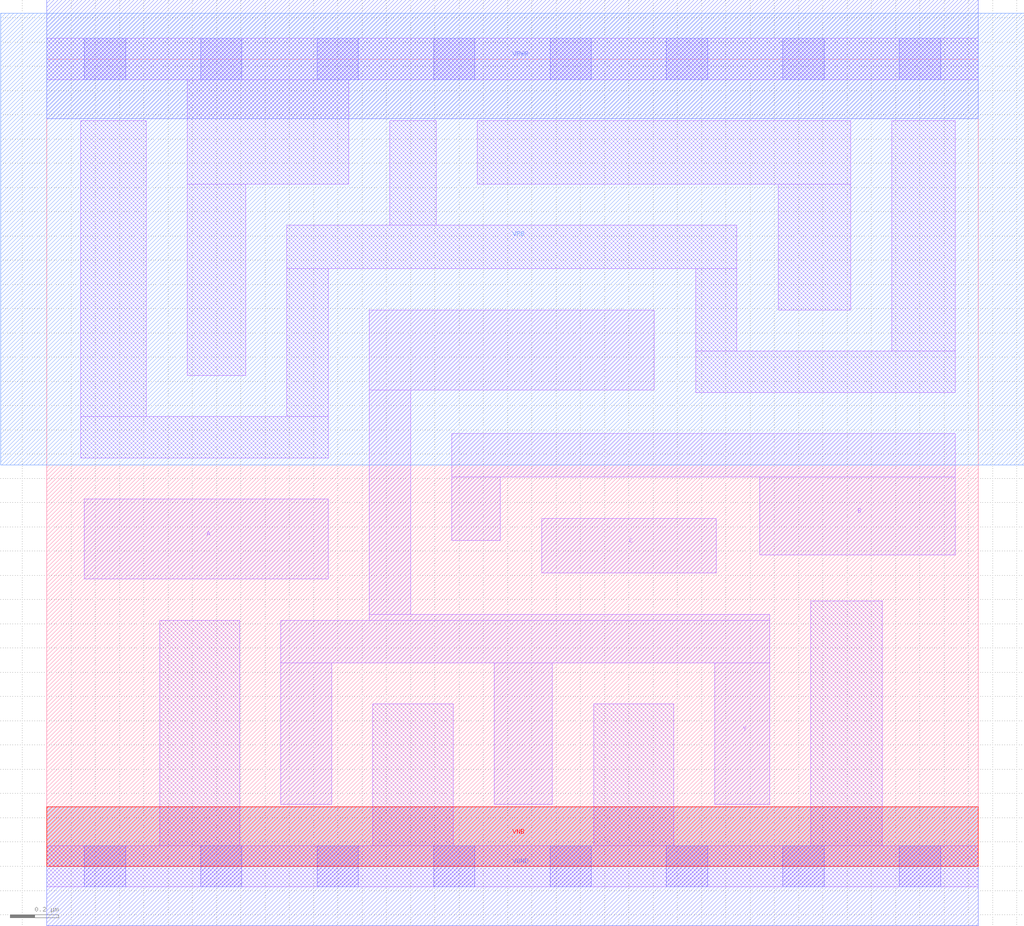
<source format=lef>
# Copyright 2020 The SkyWater PDK Authors
#
# Licensed under the Apache License, Version 2.0 (the "License");
# you may not use this file except in compliance with the License.
# You may obtain a copy of the License at
#
#     https://www.apache.org/licenses/LICENSE-2.0
#
# Unless required by applicable law or agreed to in writing, software
# distributed under the License is distributed on an "AS IS" BASIS,
# WITHOUT WARRANTIES OR CONDITIONS OF ANY KIND, either express or implied.
# See the License for the specific language governing permissions and
# limitations under the License.
#
# SPDX-License-Identifier: Apache-2.0

VERSION 5.7 ;
  NOWIREEXTENSIONATPIN ON ;
  DIVIDERCHAR "/" ;
  BUSBITCHARS "[]" ;
MACRO sky130_fd_sc_lp__nor3_2
  CLASS CORE ;
  FOREIGN sky130_fd_sc_lp__nor3_2 ;
  ORIGIN  0.000000  0.000000 ;
  SIZE  3.840000 BY  3.330000 ;
  SYMMETRY X Y R90 ;
  SITE unit ;
  PIN A
    ANTENNAGATEAREA  0.630000 ;
    DIRECTION INPUT ;
    USE SIGNAL ;
    PORT
      LAYER li1 ;
        RECT 0.155000 1.185000 1.160000 1.515000 ;
    END
  END A
  PIN B
    ANTENNAGATEAREA  0.630000 ;
    DIRECTION INPUT ;
    USE SIGNAL ;
    PORT
      LAYER li1 ;
        RECT 1.670000 1.345000 1.870000 1.605000 ;
        RECT 1.670000 1.605000 3.745000 1.785000 ;
        RECT 2.940000 1.285000 3.745000 1.605000 ;
    END
  END B
  PIN C
    ANTENNAGATEAREA  0.630000 ;
    DIRECTION INPUT ;
    USE SIGNAL ;
    PORT
      LAYER li1 ;
        RECT 2.040000 1.210000 2.760000 1.435000 ;
    END
  END C
  PIN Y
    ANTENNADIFFAREA  1.117200 ;
    DIRECTION OUTPUT ;
    USE SIGNAL ;
    PORT
      LAYER li1 ;
        RECT 0.965000 0.255000 1.175000 0.840000 ;
        RECT 0.965000 0.840000 2.980000 1.015000 ;
        RECT 1.330000 1.015000 2.980000 1.040000 ;
        RECT 1.330000 1.040000 1.500000 1.965000 ;
        RECT 1.330000 1.965000 2.505000 2.295000 ;
        RECT 1.845000 0.255000 2.085000 0.840000 ;
        RECT 2.755000 0.255000 2.980000 0.840000 ;
    END
  END Y
  PIN VGND
    DIRECTION INOUT ;
    USE GROUND ;
    PORT
      LAYER met1 ;
        RECT 0.000000 -0.245000 3.840000 0.245000 ;
    END
  END VGND
  PIN VNB
    DIRECTION INOUT ;
    USE GROUND ;
    PORT
      LAYER pwell ;
        RECT 0.000000 0.000000 3.840000 0.245000 ;
    END
  END VNB
  PIN VPB
    DIRECTION INOUT ;
    USE POWER ;
    PORT
      LAYER nwell ;
        RECT -0.190000 1.655000 4.030000 3.520000 ;
    END
  END VPB
  PIN VPWR
    DIRECTION INOUT ;
    USE POWER ;
    PORT
      LAYER met1 ;
        RECT 0.000000 3.085000 3.840000 3.575000 ;
    END
  END VPWR
  OBS
    LAYER li1 ;
      RECT 0.000000 -0.085000 3.840000 0.085000 ;
      RECT 0.000000  3.245000 3.840000 3.415000 ;
      RECT 0.140000  1.685000 1.160000 1.855000 ;
      RECT 0.140000  1.855000 0.410000 3.075000 ;
      RECT 0.465000  0.085000 0.795000 1.015000 ;
      RECT 0.580000  2.025000 0.820000 2.815000 ;
      RECT 0.580000  2.815000 1.245000 3.245000 ;
      RECT 0.990000  1.855000 1.160000 2.465000 ;
      RECT 0.990000  2.465000 2.845000 2.645000 ;
      RECT 1.345000  0.085000 1.675000 0.670000 ;
      RECT 1.415000  2.645000 1.605000 3.075000 ;
      RECT 1.775000  2.815000 3.315000 3.075000 ;
      RECT 2.255000  0.085000 2.585000 0.670000 ;
      RECT 2.675000  1.955000 3.745000 2.125000 ;
      RECT 2.675000  2.125000 2.845000 2.465000 ;
      RECT 3.015000  2.295000 3.315000 2.815000 ;
      RECT 3.150000  0.085000 3.445000 1.095000 ;
      RECT 3.485000  2.125000 3.745000 3.075000 ;
    LAYER mcon ;
      RECT 0.155000 -0.085000 0.325000 0.085000 ;
      RECT 0.155000  3.245000 0.325000 3.415000 ;
      RECT 0.635000 -0.085000 0.805000 0.085000 ;
      RECT 0.635000  3.245000 0.805000 3.415000 ;
      RECT 1.115000 -0.085000 1.285000 0.085000 ;
      RECT 1.115000  3.245000 1.285000 3.415000 ;
      RECT 1.595000 -0.085000 1.765000 0.085000 ;
      RECT 1.595000  3.245000 1.765000 3.415000 ;
      RECT 2.075000 -0.085000 2.245000 0.085000 ;
      RECT 2.075000  3.245000 2.245000 3.415000 ;
      RECT 2.555000 -0.085000 2.725000 0.085000 ;
      RECT 2.555000  3.245000 2.725000 3.415000 ;
      RECT 3.035000 -0.085000 3.205000 0.085000 ;
      RECT 3.035000  3.245000 3.205000 3.415000 ;
      RECT 3.515000 -0.085000 3.685000 0.085000 ;
      RECT 3.515000  3.245000 3.685000 3.415000 ;
  END
END sky130_fd_sc_lp__nor3_2
END LIBRARY

</source>
